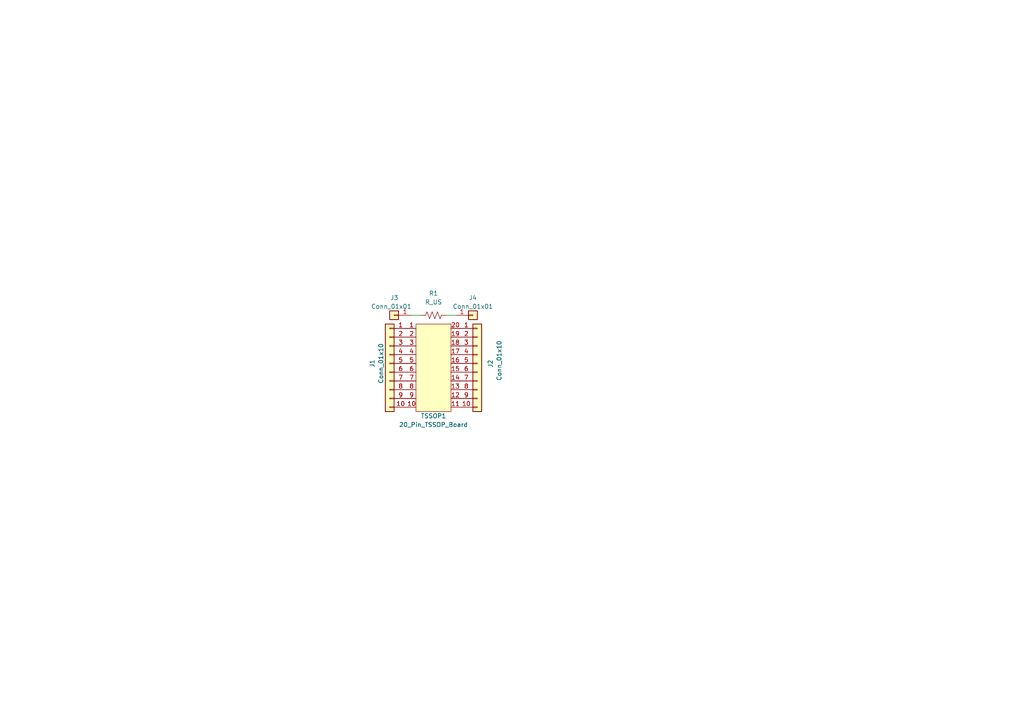
<source format=kicad_sch>
(kicad_sch (version 20211123) (generator eeschema)
  (paper "A4")
  (title_block (title "20 Pin Testing Board") (date "2023-05-10") (rev "0"))
  (lib_symbols
    (symbol "8_Pin_TSSOP_Board:20_Pin_TSSOP_Board"
      (property "Reference" "U" (at 0 -13.97 0))
      (property "Value" "20_Pin_TSSOP_Board" (at 0 15.24 0))
      (symbol "20_Pin_TSSOP_Board_0_1"
        (rectangle (start -5.08 12.7) (end 5.08 -12.7) (fill (type background)))
      )
      (symbol "20_Pin_TSSOP_Board_1_1"
        (pin unspecified line (at -7.62 11.43 0) (length 2.54) (name "") (number "1"))
        (pin unspecified line (at -7.62 -11.43 0) (length 2.54) (name "") (number "10"))
        (pin unspecified line (at 7.62 -11.43 180) (length 2.54) (name "") (number "11"))
        (pin unspecified line (at 7.62 -8.89 180) (length 2.54) (name "") (number "12"))
        (pin unspecified line (at 7.62 -6.35 180) (length 2.54) (name "") (number "13"))
        (pin unspecified line (at 7.62 -3.81 180) (length 2.54) (name "") (number "14"))
        (pin unspecified line (at 7.62 -1.27 180) (length 2.54) (name "") (number "15"))
        (pin unspecified line (at 7.62 1.27 180) (length 2.54) (name "") (number "16"))
        (pin unspecified line (at 7.62 3.81 180) (length 2.54) (name "") (number "17"))
        (pin unspecified line (at 7.62 6.35 180) (length 2.54) (name "") (number "18"))
        (pin unspecified line (at 7.62 8.89 180) (length 2.54) (name "") (number "19"))
        (pin unspecified line (at -7.62 8.89 0) (length 2.54) (name "") (number "2"))
        (pin unspecified line (at 7.62 11.43 180) (length 2.54) (name "") (number "20"))
        (pin unspecified line (at -7.62 6.35 0) (length 2.54) (name "") (number "3"))
        (pin unspecified line (at -7.62 3.81 0) (length 2.54) (name "") (number "4"))
        (pin unspecified line (at -7.62 1.27 0) (length 2.54) (name "") (number "5"))
        (pin unspecified line (at -7.62 -1.27 0) (length 2.54) (name "") (number "6"))
        (pin unspecified line (at -7.62 -3.81 0) (length 2.54) (name "") (number "7"))
        (pin unspecified line (at -7.62 -6.35 0) (length 2.54) (name "") (number "8"))
        (pin unspecified line (at -7.62 -8.89 0) (length 2.54) (name "") (number "9"))
      )
    )
    (symbol "Connector_Generic:Conn_01x01" (pin_names (offset 1.016) hide)
      (property "Reference" "J" (at 0 2.54 0))
      (property "Value" "Conn_01x01" (at 0 -2.54 0))
      (symbol "Conn_01x01_1_1"
        (rectangle (start -1.27 0.127) (end 0 -0.127) (stroke (width 0.1524)))
        (rectangle (start -1.27 1.27) (end 1.27 -1.27) (stroke (width 0.254)) (fill (type background)))
        (pin passive line (at -5.08 0 0) (length 3.81) (name "Pin_1") (number "1"))
      )
    )
    (symbol "Connector_Generic:Conn_01x10" (pin_names (offset 1.016) hide)
      (property "Reference" "J" (at 0 12.7 0))
      (property "Value" "Conn_01x10" (at 0 -15.24 0))
      (symbol "Conn_01x10_1_1"
        (rectangle (start -1.27 -12.573) (end 0 -12.827) (stroke (width 0.1524)))
        (rectangle (start -1.27 -10.033) (end 0 -10.287) (stroke (width 0.1524)))
        (rectangle (start -1.27 -7.493) (end 0 -7.747) (stroke (width 0.1524)))
        (rectangle (start -1.27 -4.953) (end 0 -5.207) (stroke (width 0.1524)))
        (rectangle (start -1.27 -2.413) (end 0 -2.667) (stroke (width 0.1524)))
        (rectangle (start -1.27 0.127) (end 0 -0.127) (stroke (width 0.1524)))
        (rectangle (start -1.27 2.667) (end 0 2.413) (stroke (width 0.1524)))
        (rectangle (start -1.27 5.207) (end 0 4.953) (stroke (width 0.1524)))
        (rectangle (start -1.27 7.747) (end 0 7.493) (stroke (width 0.1524)))
        (rectangle (start -1.27 10.287) (end 0 10.033) (stroke (width 0.1524)))
        (rectangle (start -1.27 11.43) (end 1.27 -13.97) (stroke (width 0.254)) (fill (type background)))
        (pin passive line (at -5.08 10.16 0) (length 3.81) (name "Pin_1") (number "1"))
        (pin passive line (at -5.08 -12.7 0) (length 3.81) (name "Pin_10") (number "10"))
        (pin passive line (at -5.08 7.62 0) (length 3.81) (name "Pin_2") (number "2"))
        (pin passive line (at -5.08 5.08 0) (length 3.81) (name "Pin_3") (number "3"))
        (pin passive line (at -5.08 2.54 0) (length 3.81) (name "Pin_4") (number "4"))
        (pin passive line (at -5.08 0 0) (length 3.81) (name "Pin_5") (number "5"))
        (pin passive line (at -5.08 -2.54 0) (length 3.81) (name "Pin_6") (number "6"))
        (pin passive line (at -5.08 -5.08 0) (length 3.81) (name "Pin_7") (number "7"))
        (pin passive line (at -5.08 -7.62 0) (length 3.81) (name "Pin_8") (number "8"))
        (pin passive line (at -5.08 -10.16 0) (length 3.81) (name "Pin_9") (number "9"))
      )
    )
    (symbol "Device:R_US" (pin_numbers hide) (pin_names (offset 0))
      (property "Reference" "R" (at 2.54 0 90))
      (property "Value" "R_US" (at -2.54 0 90))
      (symbol "R_US_0_1"
        (polyline (pts (xy 0 -2.286) (xy 0 -2.54)))
        (polyline (pts (xy 0 2.286) (xy 0 2.54)))
        (polyline (pts (xy 0 -0.762) (xy 1.016 -1.143) (xy 0 -1.524) (xy -1.016 -1.905) (xy 0 -2.286)))
        (polyline (pts (xy 0 0.762) (xy 1.016 0.381) (xy 0 0) (xy -1.016 -0.381) (xy 0 -0.762)))
        (polyline (pts (xy 0 2.286) (xy 1.016 1.905) (xy 0 1.524) (xy -1.016 1.143) (xy 0 0.762)))
      )
      (symbol "R_US_1_1"
        (pin passive line (at 0 3.81 270) (length 1.27) (name "~") (number "1"))
        (pin passive line (at 0 -3.81 90) (length 1.27) (name "~") (number "2"))
      )
    )
  )
  (wire (pts (xy 119.38 91.44) (xy 121.92 91.44)))
  (wire (pts (xy 129.54 91.44) (xy 132.08 91.44)))
  (symbol (lib_id "8_Pin_TSSOP_Board:20_Pin_TSSOP_Board") (at 125.73 106.68 0) (unit 1)
    (property "Reference" "TSSOP1" (at 125.73 120.65 0))
    (property "Value" "20_Pin_TSSOP_Board" (at 125.73 123.19 0))
  )
  (symbol (lib_id "Connector_Generic:Conn_01x01") (at 137.16 91.44 0) (unit 1)
    (property "Reference" "J4" (at 137.16 86.36 0))
    (property "Value" "Conn_01x01" (at 137.16 88.9 0))
    (property "Footprint" "Connector_PinSocket_2.54mm:PinSocket_1x01_P2.54mm_Vertical" (effects hide))
  )
  (symbol (lib_id "Connector_Generic:Conn_01x10") (at 138.43 105.41 0) (unit 1)
    (property "Reference" "J2" (at 142.24 106.68 90) (effects (justify left)))
    (property "Value" "Conn_01x10" (at 144.78 110.49 90) (effects (justify left)))
    (property "Footprint" "Connector_PinSocket_2.54mm:PinSocket_1x10_P2.54mm_Vertical" (effects hide))
  )
  (symbol (lib_id "Connector_Generic:Conn_01x10") (at 113.03 105.41 0) (mirror y) (unit 1)
    (property "Reference" "J1" (at 107.95 105.41 90))
    (property "Value" "Conn_01x10" (at 110.49 105.41 90))
    (property "Footprint" "Connector_PinSocket_2.54mm:PinSocket_1x10_P2.54mm_Vertical" (effects hide))
  )
  (symbol (lib_id "Connector_Generic:Conn_01x01") (at 114.3 91.44 0) (mirror y) (unit 1)
    (property "Reference" "J3" (at 115.57 86.36 0) (effects (justify left)))
    (property "Value" "Conn_01x01" (at 119.38 88.9 0) (effects (justify left)))
    (property "Footprint" "Connector_PinSocket_2.54mm:PinSocket_1x01_P2.54mm_Vertical" (effects hide))
  )
  (symbol (lib_id "Device:R_US") (at 125.73 91.44 270) (unit 1)
    (property "Reference" "R1" (at 125.73 85.09 90))
    (property "Value" "R_US" (at 125.73 87.63 90))
    (property "Footprint" "Resistor_SMD:R_0805_2012Metric" (effects hide))
  )
)
</source>
